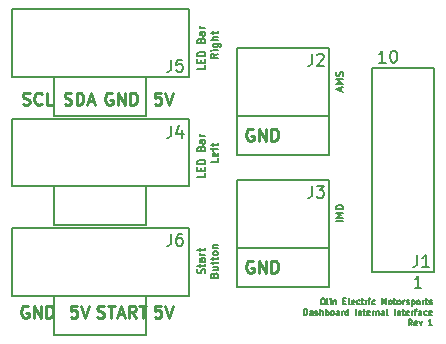
<source format=gbr>
G04 #@! TF.FileFunction,Legend,Top*
%FSLAX46Y46*%
G04 Gerber Fmt 4.6, Leading zero omitted, Abs format (unit mm)*
G04 Created by KiCad (PCBNEW 4.0.7-e2-6376~58~ubuntu16.04.1) date Fri Jan 19 21:25:15 2018*
%MOMM*%
%LPD*%
G01*
G04 APERTURE LIST*
%ADD10C,0.100000*%
%ADD11C,0.127000*%
%ADD12C,0.254000*%
%ADD13C,0.152400*%
%ADD14C,0.150000*%
G04 APERTURE END LIST*
D10*
D11*
X147332094Y-102210810D02*
X147428856Y-102210810D01*
X147477237Y-102235000D01*
X147525618Y-102283381D01*
X147549809Y-102380143D01*
X147549809Y-102549476D01*
X147525618Y-102646238D01*
X147477237Y-102694619D01*
X147428856Y-102718810D01*
X147332094Y-102718810D01*
X147283713Y-102694619D01*
X147235332Y-102646238D01*
X147211142Y-102549476D01*
X147211142Y-102380143D01*
X147235332Y-102283381D01*
X147283713Y-102235000D01*
X147332094Y-102210810D01*
X147840094Y-102718810D02*
X147791713Y-102694619D01*
X147767522Y-102646238D01*
X147767522Y-102210810D01*
X148033617Y-102718810D02*
X148033617Y-102380143D01*
X148033617Y-102210810D02*
X148009427Y-102235000D01*
X148033617Y-102259190D01*
X148057808Y-102235000D01*
X148033617Y-102210810D01*
X148033617Y-102259190D01*
X148275522Y-102380143D02*
X148275522Y-102718810D01*
X148275522Y-102428524D02*
X148299713Y-102404333D01*
X148348094Y-102380143D01*
X148420665Y-102380143D01*
X148469046Y-102404333D01*
X148493237Y-102452714D01*
X148493237Y-102718810D01*
X149122189Y-102452714D02*
X149291523Y-102452714D01*
X149364094Y-102718810D02*
X149122189Y-102718810D01*
X149122189Y-102210810D01*
X149364094Y-102210810D01*
X149654380Y-102718810D02*
X149605999Y-102694619D01*
X149581808Y-102646238D01*
X149581808Y-102210810D01*
X150041427Y-102694619D02*
X149993046Y-102718810D01*
X149896284Y-102718810D01*
X149847903Y-102694619D01*
X149823713Y-102646238D01*
X149823713Y-102452714D01*
X149847903Y-102404333D01*
X149896284Y-102380143D01*
X149993046Y-102380143D01*
X150041427Y-102404333D01*
X150065618Y-102452714D01*
X150065618Y-102501095D01*
X149823713Y-102549476D01*
X150501047Y-102694619D02*
X150452666Y-102718810D01*
X150355904Y-102718810D01*
X150307523Y-102694619D01*
X150283332Y-102670429D01*
X150259142Y-102622048D01*
X150259142Y-102476905D01*
X150283332Y-102428524D01*
X150307523Y-102404333D01*
X150355904Y-102380143D01*
X150452666Y-102380143D01*
X150501047Y-102404333D01*
X150646190Y-102380143D02*
X150839714Y-102380143D01*
X150718761Y-102210810D02*
X150718761Y-102646238D01*
X150742952Y-102694619D01*
X150791333Y-102718810D01*
X150839714Y-102718810D01*
X151009047Y-102718810D02*
X151009047Y-102380143D01*
X151009047Y-102476905D02*
X151033238Y-102428524D01*
X151057428Y-102404333D01*
X151105809Y-102380143D01*
X151154190Y-102380143D01*
X151323523Y-102718810D02*
X151323523Y-102380143D01*
X151323523Y-102210810D02*
X151299333Y-102235000D01*
X151323523Y-102259190D01*
X151347714Y-102235000D01*
X151323523Y-102210810D01*
X151323523Y-102259190D01*
X151783143Y-102694619D02*
X151734762Y-102718810D01*
X151638000Y-102718810D01*
X151589619Y-102694619D01*
X151565428Y-102670429D01*
X151541238Y-102622048D01*
X151541238Y-102476905D01*
X151565428Y-102428524D01*
X151589619Y-102404333D01*
X151638000Y-102380143D01*
X151734762Y-102380143D01*
X151783143Y-102404333D01*
X152387905Y-102718810D02*
X152387905Y-102210810D01*
X152557239Y-102573667D01*
X152726572Y-102210810D01*
X152726572Y-102718810D01*
X153041048Y-102718810D02*
X152992667Y-102694619D01*
X152968476Y-102670429D01*
X152944286Y-102622048D01*
X152944286Y-102476905D01*
X152968476Y-102428524D01*
X152992667Y-102404333D01*
X153041048Y-102380143D01*
X153113619Y-102380143D01*
X153162000Y-102404333D01*
X153186191Y-102428524D01*
X153210381Y-102476905D01*
X153210381Y-102622048D01*
X153186191Y-102670429D01*
X153162000Y-102694619D01*
X153113619Y-102718810D01*
X153041048Y-102718810D01*
X153355524Y-102380143D02*
X153549048Y-102380143D01*
X153428095Y-102210810D02*
X153428095Y-102646238D01*
X153452286Y-102694619D01*
X153500667Y-102718810D01*
X153549048Y-102718810D01*
X153790953Y-102718810D02*
X153742572Y-102694619D01*
X153718381Y-102670429D01*
X153694191Y-102622048D01*
X153694191Y-102476905D01*
X153718381Y-102428524D01*
X153742572Y-102404333D01*
X153790953Y-102380143D01*
X153863524Y-102380143D01*
X153911905Y-102404333D01*
X153936096Y-102428524D01*
X153960286Y-102476905D01*
X153960286Y-102622048D01*
X153936096Y-102670429D01*
X153911905Y-102694619D01*
X153863524Y-102718810D01*
X153790953Y-102718810D01*
X154178000Y-102718810D02*
X154178000Y-102380143D01*
X154178000Y-102476905D02*
X154202191Y-102428524D01*
X154226381Y-102404333D01*
X154274762Y-102380143D01*
X154323143Y-102380143D01*
X154468286Y-102694619D02*
X154516667Y-102718810D01*
X154613429Y-102718810D01*
X154661810Y-102694619D01*
X154686000Y-102646238D01*
X154686000Y-102622048D01*
X154661810Y-102573667D01*
X154613429Y-102549476D01*
X154540857Y-102549476D01*
X154492476Y-102525286D01*
X154468286Y-102476905D01*
X154468286Y-102452714D01*
X154492476Y-102404333D01*
X154540857Y-102380143D01*
X154613429Y-102380143D01*
X154661810Y-102404333D01*
X154903714Y-102380143D02*
X154903714Y-102888143D01*
X154903714Y-102404333D02*
X154952095Y-102380143D01*
X155048857Y-102380143D01*
X155097238Y-102404333D01*
X155121429Y-102428524D01*
X155145619Y-102476905D01*
X155145619Y-102622048D01*
X155121429Y-102670429D01*
X155097238Y-102694619D01*
X155048857Y-102718810D01*
X154952095Y-102718810D01*
X154903714Y-102694619D01*
X155435905Y-102718810D02*
X155387524Y-102694619D01*
X155363333Y-102670429D01*
X155339143Y-102622048D01*
X155339143Y-102476905D01*
X155363333Y-102428524D01*
X155387524Y-102404333D01*
X155435905Y-102380143D01*
X155508476Y-102380143D01*
X155556857Y-102404333D01*
X155581048Y-102428524D01*
X155605238Y-102476905D01*
X155605238Y-102622048D01*
X155581048Y-102670429D01*
X155556857Y-102694619D01*
X155508476Y-102718810D01*
X155435905Y-102718810D01*
X155822952Y-102718810D02*
X155822952Y-102380143D01*
X155822952Y-102476905D02*
X155847143Y-102428524D01*
X155871333Y-102404333D01*
X155919714Y-102380143D01*
X155968095Y-102380143D01*
X156064857Y-102380143D02*
X156258381Y-102380143D01*
X156137428Y-102210810D02*
X156137428Y-102646238D01*
X156161619Y-102694619D01*
X156210000Y-102718810D01*
X156258381Y-102718810D01*
X156403524Y-102694619D02*
X156451905Y-102718810D01*
X156548667Y-102718810D01*
X156597048Y-102694619D01*
X156621238Y-102646238D01*
X156621238Y-102622048D01*
X156597048Y-102573667D01*
X156548667Y-102549476D01*
X156476095Y-102549476D01*
X156427714Y-102525286D01*
X156403524Y-102476905D01*
X156403524Y-102452714D01*
X156427714Y-102404333D01*
X156476095Y-102380143D01*
X156548667Y-102380143D01*
X156597048Y-102404333D01*
X145783902Y-103607810D02*
X145783902Y-103099810D01*
X145904855Y-103099810D01*
X145977426Y-103124000D01*
X146025807Y-103172381D01*
X146049998Y-103220762D01*
X146074188Y-103317524D01*
X146074188Y-103390095D01*
X146049998Y-103486857D01*
X146025807Y-103535238D01*
X145977426Y-103583619D01*
X145904855Y-103607810D01*
X145783902Y-103607810D01*
X146509617Y-103607810D02*
X146509617Y-103341714D01*
X146485426Y-103293333D01*
X146437045Y-103269143D01*
X146340283Y-103269143D01*
X146291902Y-103293333D01*
X146509617Y-103583619D02*
X146461236Y-103607810D01*
X146340283Y-103607810D01*
X146291902Y-103583619D01*
X146267712Y-103535238D01*
X146267712Y-103486857D01*
X146291902Y-103438476D01*
X146340283Y-103414286D01*
X146461236Y-103414286D01*
X146509617Y-103390095D01*
X146727331Y-103583619D02*
X146775712Y-103607810D01*
X146872474Y-103607810D01*
X146920855Y-103583619D01*
X146945045Y-103535238D01*
X146945045Y-103511048D01*
X146920855Y-103462667D01*
X146872474Y-103438476D01*
X146799902Y-103438476D01*
X146751521Y-103414286D01*
X146727331Y-103365905D01*
X146727331Y-103341714D01*
X146751521Y-103293333D01*
X146799902Y-103269143D01*
X146872474Y-103269143D01*
X146920855Y-103293333D01*
X147162759Y-103607810D02*
X147162759Y-103099810D01*
X147380474Y-103607810D02*
X147380474Y-103341714D01*
X147356283Y-103293333D01*
X147307902Y-103269143D01*
X147235331Y-103269143D01*
X147186950Y-103293333D01*
X147162759Y-103317524D01*
X147622378Y-103607810D02*
X147622378Y-103099810D01*
X147622378Y-103293333D02*
X147670759Y-103269143D01*
X147767521Y-103269143D01*
X147815902Y-103293333D01*
X147840093Y-103317524D01*
X147864283Y-103365905D01*
X147864283Y-103511048D01*
X147840093Y-103559429D01*
X147815902Y-103583619D01*
X147767521Y-103607810D01*
X147670759Y-103607810D01*
X147622378Y-103583619D01*
X148154569Y-103607810D02*
X148106188Y-103583619D01*
X148081997Y-103559429D01*
X148057807Y-103511048D01*
X148057807Y-103365905D01*
X148081997Y-103317524D01*
X148106188Y-103293333D01*
X148154569Y-103269143D01*
X148227140Y-103269143D01*
X148275521Y-103293333D01*
X148299712Y-103317524D01*
X148323902Y-103365905D01*
X148323902Y-103511048D01*
X148299712Y-103559429D01*
X148275521Y-103583619D01*
X148227140Y-103607810D01*
X148154569Y-103607810D01*
X148759331Y-103607810D02*
X148759331Y-103341714D01*
X148735140Y-103293333D01*
X148686759Y-103269143D01*
X148589997Y-103269143D01*
X148541616Y-103293333D01*
X148759331Y-103583619D02*
X148710950Y-103607810D01*
X148589997Y-103607810D01*
X148541616Y-103583619D01*
X148517426Y-103535238D01*
X148517426Y-103486857D01*
X148541616Y-103438476D01*
X148589997Y-103414286D01*
X148710950Y-103414286D01*
X148759331Y-103390095D01*
X149001235Y-103607810D02*
X149001235Y-103269143D01*
X149001235Y-103365905D02*
X149025426Y-103317524D01*
X149049616Y-103293333D01*
X149097997Y-103269143D01*
X149146378Y-103269143D01*
X149533426Y-103607810D02*
X149533426Y-103099810D01*
X149533426Y-103583619D02*
X149485045Y-103607810D01*
X149388283Y-103607810D01*
X149339902Y-103583619D01*
X149315711Y-103559429D01*
X149291521Y-103511048D01*
X149291521Y-103365905D01*
X149315711Y-103317524D01*
X149339902Y-103293333D01*
X149388283Y-103269143D01*
X149485045Y-103269143D01*
X149533426Y-103293333D01*
X150162378Y-103607810D02*
X150162378Y-103099810D01*
X150404283Y-103269143D02*
X150404283Y-103607810D01*
X150404283Y-103317524D02*
X150428474Y-103293333D01*
X150476855Y-103269143D01*
X150549426Y-103269143D01*
X150597807Y-103293333D01*
X150621998Y-103341714D01*
X150621998Y-103607810D01*
X150791331Y-103269143D02*
X150984855Y-103269143D01*
X150863902Y-103099810D02*
X150863902Y-103535238D01*
X150888093Y-103583619D01*
X150936474Y-103607810D01*
X150984855Y-103607810D01*
X151347712Y-103583619D02*
X151299331Y-103607810D01*
X151202569Y-103607810D01*
X151154188Y-103583619D01*
X151129998Y-103535238D01*
X151129998Y-103341714D01*
X151154188Y-103293333D01*
X151202569Y-103269143D01*
X151299331Y-103269143D01*
X151347712Y-103293333D01*
X151371903Y-103341714D01*
X151371903Y-103390095D01*
X151129998Y-103438476D01*
X151589617Y-103607810D02*
X151589617Y-103269143D01*
X151589617Y-103365905D02*
X151613808Y-103317524D01*
X151637998Y-103293333D01*
X151686379Y-103269143D01*
X151734760Y-103269143D01*
X151904093Y-103269143D02*
X151904093Y-103607810D01*
X151904093Y-103317524D02*
X151928284Y-103293333D01*
X151976665Y-103269143D01*
X152049236Y-103269143D01*
X152097617Y-103293333D01*
X152121808Y-103341714D01*
X152121808Y-103607810D01*
X152581427Y-103607810D02*
X152581427Y-103341714D01*
X152557236Y-103293333D01*
X152508855Y-103269143D01*
X152412093Y-103269143D01*
X152363712Y-103293333D01*
X152581427Y-103583619D02*
X152533046Y-103607810D01*
X152412093Y-103607810D01*
X152363712Y-103583619D01*
X152339522Y-103535238D01*
X152339522Y-103486857D01*
X152363712Y-103438476D01*
X152412093Y-103414286D01*
X152533046Y-103414286D01*
X152581427Y-103390095D01*
X152895903Y-103607810D02*
X152847522Y-103583619D01*
X152823331Y-103535238D01*
X152823331Y-103099810D01*
X153476474Y-103607810D02*
X153476474Y-103099810D01*
X153718379Y-103269143D02*
X153718379Y-103607810D01*
X153718379Y-103317524D02*
X153742570Y-103293333D01*
X153790951Y-103269143D01*
X153863522Y-103269143D01*
X153911903Y-103293333D01*
X153936094Y-103341714D01*
X153936094Y-103607810D01*
X154105427Y-103269143D02*
X154298951Y-103269143D01*
X154177998Y-103099810D02*
X154177998Y-103535238D01*
X154202189Y-103583619D01*
X154250570Y-103607810D01*
X154298951Y-103607810D01*
X154661808Y-103583619D02*
X154613427Y-103607810D01*
X154516665Y-103607810D01*
X154468284Y-103583619D01*
X154444094Y-103535238D01*
X154444094Y-103341714D01*
X154468284Y-103293333D01*
X154516665Y-103269143D01*
X154613427Y-103269143D01*
X154661808Y-103293333D01*
X154685999Y-103341714D01*
X154685999Y-103390095D01*
X154444094Y-103438476D01*
X154903713Y-103607810D02*
X154903713Y-103269143D01*
X154903713Y-103365905D02*
X154927904Y-103317524D01*
X154952094Y-103293333D01*
X155000475Y-103269143D01*
X155048856Y-103269143D01*
X155145618Y-103269143D02*
X155339142Y-103269143D01*
X155218189Y-103607810D02*
X155218189Y-103172381D01*
X155242380Y-103124000D01*
X155290761Y-103099810D01*
X155339142Y-103099810D01*
X155726190Y-103607810D02*
X155726190Y-103341714D01*
X155701999Y-103293333D01*
X155653618Y-103269143D01*
X155556856Y-103269143D01*
X155508475Y-103293333D01*
X155726190Y-103583619D02*
X155677809Y-103607810D01*
X155556856Y-103607810D01*
X155508475Y-103583619D01*
X155484285Y-103535238D01*
X155484285Y-103486857D01*
X155508475Y-103438476D01*
X155556856Y-103414286D01*
X155677809Y-103414286D01*
X155726190Y-103390095D01*
X156185809Y-103583619D02*
X156137428Y-103607810D01*
X156040666Y-103607810D01*
X155992285Y-103583619D01*
X155968094Y-103559429D01*
X155943904Y-103511048D01*
X155943904Y-103365905D01*
X155968094Y-103317524D01*
X155992285Y-103293333D01*
X156040666Y-103269143D01*
X156137428Y-103269143D01*
X156185809Y-103293333D01*
X156597047Y-103583619D02*
X156548666Y-103607810D01*
X156451904Y-103607810D01*
X156403523Y-103583619D01*
X156379333Y-103535238D01*
X156379333Y-103341714D01*
X156403523Y-103293333D01*
X156451904Y-103269143D01*
X156548666Y-103269143D01*
X156597047Y-103293333D01*
X156621238Y-103341714D01*
X156621238Y-103390095D01*
X156379333Y-103438476D01*
X154927903Y-104496810D02*
X154758570Y-104254905D01*
X154637617Y-104496810D02*
X154637617Y-103988810D01*
X154831141Y-103988810D01*
X154879522Y-104013000D01*
X154903713Y-104037190D01*
X154927903Y-104085571D01*
X154927903Y-104158143D01*
X154903713Y-104206524D01*
X154879522Y-104230714D01*
X154831141Y-104254905D01*
X154637617Y-104254905D01*
X155339141Y-104472619D02*
X155290760Y-104496810D01*
X155193998Y-104496810D01*
X155145617Y-104472619D01*
X155121427Y-104424238D01*
X155121427Y-104230714D01*
X155145617Y-104182333D01*
X155193998Y-104158143D01*
X155290760Y-104158143D01*
X155339141Y-104182333D01*
X155363332Y-104230714D01*
X155363332Y-104279095D01*
X155121427Y-104327476D01*
X155532665Y-104158143D02*
X155653618Y-104496810D01*
X155774570Y-104158143D01*
X156621238Y-104496810D02*
X156330952Y-104496810D01*
X156476095Y-104496810D02*
X156476095Y-103988810D01*
X156427714Y-104061381D01*
X156379333Y-104109762D01*
X156330952Y-104133952D01*
D12*
X141465905Y-99060000D02*
X141369143Y-99011619D01*
X141224000Y-99011619D01*
X141078858Y-99060000D01*
X140982096Y-99156762D01*
X140933715Y-99253524D01*
X140885334Y-99447048D01*
X140885334Y-99592190D01*
X140933715Y-99785714D01*
X140982096Y-99882476D01*
X141078858Y-99979238D01*
X141224000Y-100027619D01*
X141320762Y-100027619D01*
X141465905Y-99979238D01*
X141514286Y-99930857D01*
X141514286Y-99592190D01*
X141320762Y-99592190D01*
X141949715Y-100027619D02*
X141949715Y-99011619D01*
X142530286Y-100027619D01*
X142530286Y-99011619D01*
X143014096Y-100027619D02*
X143014096Y-99011619D01*
X143256001Y-99011619D01*
X143401143Y-99060000D01*
X143497905Y-99156762D01*
X143546286Y-99253524D01*
X143594667Y-99447048D01*
X143594667Y-99592190D01*
X143546286Y-99785714D01*
X143497905Y-99882476D01*
X143401143Y-99979238D01*
X143256001Y-100027619D01*
X143014096Y-100027619D01*
X141465905Y-87884000D02*
X141369143Y-87835619D01*
X141224000Y-87835619D01*
X141078858Y-87884000D01*
X140982096Y-87980762D01*
X140933715Y-88077524D01*
X140885334Y-88271048D01*
X140885334Y-88416190D01*
X140933715Y-88609714D01*
X140982096Y-88706476D01*
X141078858Y-88803238D01*
X141224000Y-88851619D01*
X141320762Y-88851619D01*
X141465905Y-88803238D01*
X141514286Y-88754857D01*
X141514286Y-88416190D01*
X141320762Y-88416190D01*
X141949715Y-88851619D02*
X141949715Y-87835619D01*
X142530286Y-88851619D01*
X142530286Y-87835619D01*
X143014096Y-88851619D02*
X143014096Y-87835619D01*
X143256001Y-87835619D01*
X143401143Y-87884000D01*
X143497905Y-87980762D01*
X143546286Y-88077524D01*
X143594667Y-88271048D01*
X143594667Y-88416190D01*
X143546286Y-88609714D01*
X143497905Y-88706476D01*
X143401143Y-88803238D01*
X143256001Y-88851619D01*
X143014096Y-88851619D01*
X133664476Y-102821619D02*
X133180667Y-102821619D01*
X133132286Y-103305429D01*
X133180667Y-103257048D01*
X133277429Y-103208667D01*
X133519333Y-103208667D01*
X133616095Y-103257048D01*
X133664476Y-103305429D01*
X133712857Y-103402190D01*
X133712857Y-103644095D01*
X133664476Y-103740857D01*
X133616095Y-103789238D01*
X133519333Y-103837619D01*
X133277429Y-103837619D01*
X133180667Y-103789238D01*
X133132286Y-103740857D01*
X134003143Y-102821619D02*
X134341810Y-103837619D01*
X134680476Y-102821619D01*
X128294191Y-103789238D02*
X128439334Y-103837619D01*
X128681238Y-103837619D01*
X128778000Y-103789238D01*
X128826381Y-103740857D01*
X128874762Y-103644095D01*
X128874762Y-103547333D01*
X128826381Y-103450571D01*
X128778000Y-103402190D01*
X128681238Y-103353810D01*
X128487715Y-103305429D01*
X128390953Y-103257048D01*
X128342572Y-103208667D01*
X128294191Y-103111905D01*
X128294191Y-103015143D01*
X128342572Y-102918381D01*
X128390953Y-102870000D01*
X128487715Y-102821619D01*
X128729619Y-102821619D01*
X128874762Y-102870000D01*
X129165048Y-102821619D02*
X129745619Y-102821619D01*
X129455334Y-103837619D02*
X129455334Y-102821619D01*
X130035905Y-103547333D02*
X130519714Y-103547333D01*
X129939143Y-103837619D02*
X130277810Y-102821619D01*
X130616476Y-103837619D01*
X131535714Y-103837619D02*
X131197048Y-103353810D01*
X130955143Y-103837619D02*
X130955143Y-102821619D01*
X131342190Y-102821619D01*
X131438952Y-102870000D01*
X131487333Y-102918381D01*
X131535714Y-103015143D01*
X131535714Y-103160286D01*
X131487333Y-103257048D01*
X131438952Y-103305429D01*
X131342190Y-103353810D01*
X130955143Y-103353810D01*
X131826000Y-102821619D02*
X132406571Y-102821619D01*
X132116286Y-103837619D02*
X132116286Y-102821619D01*
X126552476Y-102821619D02*
X126068667Y-102821619D01*
X126020286Y-103305429D01*
X126068667Y-103257048D01*
X126165429Y-103208667D01*
X126407333Y-103208667D01*
X126504095Y-103257048D01*
X126552476Y-103305429D01*
X126600857Y-103402190D01*
X126600857Y-103644095D01*
X126552476Y-103740857D01*
X126504095Y-103789238D01*
X126407333Y-103837619D01*
X126165429Y-103837619D01*
X126068667Y-103789238D01*
X126020286Y-103740857D01*
X126891143Y-102821619D02*
X127229810Y-103837619D01*
X127568476Y-102821619D01*
X122415905Y-102870000D02*
X122319143Y-102821619D01*
X122174000Y-102821619D01*
X122028858Y-102870000D01*
X121932096Y-102966762D01*
X121883715Y-103063524D01*
X121835334Y-103257048D01*
X121835334Y-103402190D01*
X121883715Y-103595714D01*
X121932096Y-103692476D01*
X122028858Y-103789238D01*
X122174000Y-103837619D01*
X122270762Y-103837619D01*
X122415905Y-103789238D01*
X122464286Y-103740857D01*
X122464286Y-103402190D01*
X122270762Y-103402190D01*
X122899715Y-103837619D02*
X122899715Y-102821619D01*
X123480286Y-103837619D01*
X123480286Y-102821619D01*
X123964096Y-103837619D02*
X123964096Y-102821619D01*
X124206001Y-102821619D01*
X124351143Y-102870000D01*
X124447905Y-102966762D01*
X124496286Y-103063524D01*
X124544667Y-103257048D01*
X124544667Y-103402190D01*
X124496286Y-103595714D01*
X124447905Y-103692476D01*
X124351143Y-103789238D01*
X124206001Y-103837619D01*
X123964096Y-103837619D01*
X133664476Y-84787619D02*
X133180667Y-84787619D01*
X133132286Y-85271429D01*
X133180667Y-85223048D01*
X133277429Y-85174667D01*
X133519333Y-85174667D01*
X133616095Y-85223048D01*
X133664476Y-85271429D01*
X133712857Y-85368190D01*
X133712857Y-85610095D01*
X133664476Y-85706857D01*
X133616095Y-85755238D01*
X133519333Y-85803619D01*
X133277429Y-85803619D01*
X133180667Y-85755238D01*
X133132286Y-85706857D01*
X134003143Y-84787619D02*
X134341810Y-85803619D01*
X134680476Y-84787619D01*
X129527905Y-84836000D02*
X129431143Y-84787619D01*
X129286000Y-84787619D01*
X129140858Y-84836000D01*
X129044096Y-84932762D01*
X128995715Y-85029524D01*
X128947334Y-85223048D01*
X128947334Y-85368190D01*
X128995715Y-85561714D01*
X129044096Y-85658476D01*
X129140858Y-85755238D01*
X129286000Y-85803619D01*
X129382762Y-85803619D01*
X129527905Y-85755238D01*
X129576286Y-85706857D01*
X129576286Y-85368190D01*
X129382762Y-85368190D01*
X130011715Y-85803619D02*
X130011715Y-84787619D01*
X130592286Y-85803619D01*
X130592286Y-84787619D01*
X131076096Y-85803619D02*
X131076096Y-84787619D01*
X131318001Y-84787619D01*
X131463143Y-84836000D01*
X131559905Y-84932762D01*
X131608286Y-85029524D01*
X131656667Y-85223048D01*
X131656667Y-85368190D01*
X131608286Y-85561714D01*
X131559905Y-85658476D01*
X131463143Y-85755238D01*
X131318001Y-85803619D01*
X131076096Y-85803619D01*
X125512286Y-85755238D02*
X125657429Y-85803619D01*
X125899333Y-85803619D01*
X125996095Y-85755238D01*
X126044476Y-85706857D01*
X126092857Y-85610095D01*
X126092857Y-85513333D01*
X126044476Y-85416571D01*
X125996095Y-85368190D01*
X125899333Y-85319810D01*
X125705810Y-85271429D01*
X125609048Y-85223048D01*
X125560667Y-85174667D01*
X125512286Y-85077905D01*
X125512286Y-84981143D01*
X125560667Y-84884381D01*
X125609048Y-84836000D01*
X125705810Y-84787619D01*
X125947714Y-84787619D01*
X126092857Y-84836000D01*
X126528286Y-85803619D02*
X126528286Y-84787619D01*
X126770191Y-84787619D01*
X126915333Y-84836000D01*
X127012095Y-84932762D01*
X127060476Y-85029524D01*
X127108857Y-85223048D01*
X127108857Y-85368190D01*
X127060476Y-85561714D01*
X127012095Y-85658476D01*
X126915333Y-85755238D01*
X126770191Y-85803619D01*
X126528286Y-85803619D01*
X127495905Y-85513333D02*
X127979714Y-85513333D01*
X127399143Y-85803619D02*
X127737810Y-84787619D01*
X128076476Y-85803619D01*
X121980477Y-85755238D02*
X122125620Y-85803619D01*
X122367524Y-85803619D01*
X122464286Y-85755238D01*
X122512667Y-85706857D01*
X122561048Y-85610095D01*
X122561048Y-85513333D01*
X122512667Y-85416571D01*
X122464286Y-85368190D01*
X122367524Y-85319810D01*
X122174001Y-85271429D01*
X122077239Y-85223048D01*
X122028858Y-85174667D01*
X121980477Y-85077905D01*
X121980477Y-84981143D01*
X122028858Y-84884381D01*
X122077239Y-84836000D01*
X122174001Y-84787619D01*
X122415905Y-84787619D01*
X122561048Y-84836000D01*
X123577048Y-85706857D02*
X123528667Y-85755238D01*
X123383524Y-85803619D01*
X123286762Y-85803619D01*
X123141620Y-85755238D01*
X123044858Y-85658476D01*
X122996477Y-85561714D01*
X122948096Y-85368190D01*
X122948096Y-85223048D01*
X122996477Y-85029524D01*
X123044858Y-84932762D01*
X123141620Y-84836000D01*
X123286762Y-84787619D01*
X123383524Y-84787619D01*
X123528667Y-84836000D01*
X123577048Y-84884381D01*
X124496286Y-85803619D02*
X124012477Y-85803619D01*
X124012477Y-84787619D01*
D13*
X149131262Y-95676357D02*
X148496262Y-95676357D01*
X149131262Y-95373976D02*
X148496262Y-95373976D01*
X148949833Y-95162309D01*
X148496262Y-94950642D01*
X149131262Y-94950642D01*
X149131262Y-94648262D02*
X148496262Y-94648262D01*
X148496262Y-94497071D01*
X148526500Y-94406357D01*
X148586976Y-94345881D01*
X148647452Y-94315642D01*
X148768405Y-94285404D01*
X148859119Y-94285404D01*
X148980071Y-94315642D01*
X149040548Y-94345881D01*
X149101024Y-94406357D01*
X149131262Y-94497071D01*
X149131262Y-94648262D01*
X148949833Y-84636429D02*
X148949833Y-84334048D01*
X149131262Y-84696905D02*
X148496262Y-84485238D01*
X149131262Y-84273571D01*
X149131262Y-84061905D02*
X148496262Y-84061905D01*
X148949833Y-83850238D01*
X148496262Y-83638571D01*
X149131262Y-83638571D01*
X149101024Y-83366429D02*
X149131262Y-83275714D01*
X149131262Y-83124524D01*
X149101024Y-83064048D01*
X149070786Y-83033810D01*
X149010310Y-83003571D01*
X148949833Y-83003571D01*
X148889357Y-83033810D01*
X148859119Y-83064048D01*
X148828881Y-83124524D01*
X148798643Y-83245476D01*
X148768405Y-83305952D01*
X148738167Y-83336191D01*
X148677690Y-83366429D01*
X148617214Y-83366429D01*
X148556738Y-83336191D01*
X148526500Y-83305952D01*
X148496262Y-83245476D01*
X148496262Y-83094286D01*
X148526500Y-83003571D01*
X137372574Y-100088095D02*
X137402812Y-99997380D01*
X137402812Y-99846190D01*
X137372574Y-99785714D01*
X137342336Y-99755476D01*
X137281860Y-99725237D01*
X137221383Y-99725237D01*
X137160907Y-99755476D01*
X137130669Y-99785714D01*
X137100431Y-99846190D01*
X137070193Y-99967142D01*
X137039955Y-100027618D01*
X137009717Y-100057857D01*
X136949240Y-100088095D01*
X136888764Y-100088095D01*
X136828288Y-100057857D01*
X136798050Y-100027618D01*
X136767812Y-99967142D01*
X136767812Y-99815952D01*
X136798050Y-99725237D01*
X136979479Y-99543809D02*
X136979479Y-99301904D01*
X136767812Y-99453095D02*
X137312098Y-99453095D01*
X137372574Y-99422856D01*
X137402812Y-99362380D01*
X137402812Y-99301904D01*
X137402812Y-98818095D02*
X137070193Y-98818095D01*
X137009717Y-98848333D01*
X136979479Y-98908809D01*
X136979479Y-99029761D01*
X137009717Y-99090238D01*
X137372574Y-98818095D02*
X137402812Y-98878571D01*
X137402812Y-99029761D01*
X137372574Y-99090238D01*
X137312098Y-99120476D01*
X137251621Y-99120476D01*
X137191145Y-99090238D01*
X137160907Y-99029761D01*
X137160907Y-98878571D01*
X137130669Y-98818095D01*
X137402812Y-98515714D02*
X136979479Y-98515714D01*
X137100431Y-98515714D02*
X137039955Y-98485475D01*
X137009717Y-98455237D01*
X136979479Y-98394761D01*
X136979479Y-98334285D01*
X136979479Y-98213333D02*
X136979479Y-97971428D01*
X136767812Y-98122619D02*
X137312098Y-98122619D01*
X137372574Y-98092380D01*
X137402812Y-98031904D01*
X137402812Y-97971428D01*
X138175093Y-100239286D02*
X138205331Y-100148572D01*
X138235569Y-100118333D01*
X138296045Y-100088095D01*
X138386760Y-100088095D01*
X138447236Y-100118333D01*
X138477474Y-100148572D01*
X138507712Y-100209048D01*
X138507712Y-100450953D01*
X137872712Y-100450953D01*
X137872712Y-100239286D01*
X137902950Y-100178810D01*
X137933188Y-100148572D01*
X137993664Y-100118333D01*
X138054140Y-100118333D01*
X138114617Y-100148572D01*
X138144855Y-100178810D01*
X138175093Y-100239286D01*
X138175093Y-100450953D01*
X138084379Y-99543810D02*
X138507712Y-99543810D01*
X138084379Y-99815953D02*
X138416998Y-99815953D01*
X138477474Y-99785714D01*
X138507712Y-99725238D01*
X138507712Y-99634524D01*
X138477474Y-99574048D01*
X138447236Y-99543810D01*
X138084379Y-99332143D02*
X138084379Y-99090238D01*
X137872712Y-99241429D02*
X138416998Y-99241429D01*
X138477474Y-99211190D01*
X138507712Y-99150714D01*
X138507712Y-99090238D01*
X138084379Y-98969286D02*
X138084379Y-98727381D01*
X137872712Y-98878572D02*
X138416998Y-98878572D01*
X138477474Y-98848333D01*
X138507712Y-98787857D01*
X138507712Y-98727381D01*
X138507712Y-98425000D02*
X138477474Y-98485476D01*
X138447236Y-98515715D01*
X138386760Y-98545953D01*
X138205331Y-98545953D01*
X138144855Y-98515715D01*
X138114617Y-98485476D01*
X138084379Y-98425000D01*
X138084379Y-98334286D01*
X138114617Y-98273810D01*
X138144855Y-98243572D01*
X138205331Y-98213334D01*
X138386760Y-98213334D01*
X138447236Y-98243572D01*
X138477474Y-98273810D01*
X138507712Y-98334286D01*
X138507712Y-98425000D01*
X138084379Y-97941191D02*
X138507712Y-97941191D01*
X138144855Y-97941191D02*
X138114617Y-97910952D01*
X138084379Y-97850476D01*
X138084379Y-97759762D01*
X138114617Y-97699286D01*
X138175093Y-97669048D01*
X138507712Y-97669048D01*
X137402812Y-91609334D02*
X137402812Y-91911715D01*
X136767812Y-91911715D01*
X137070193Y-91397667D02*
X137070193Y-91186000D01*
X137402812Y-91095286D02*
X137402812Y-91397667D01*
X136767812Y-91397667D01*
X136767812Y-91095286D01*
X137402812Y-90823143D02*
X136767812Y-90823143D01*
X136767812Y-90671952D01*
X136798050Y-90581238D01*
X136858526Y-90520762D01*
X136919002Y-90490523D01*
X137039955Y-90460285D01*
X137130669Y-90460285D01*
X137251621Y-90490523D01*
X137312098Y-90520762D01*
X137372574Y-90581238D01*
X137402812Y-90671952D01*
X137402812Y-90823143D01*
X137070193Y-89492666D02*
X137100431Y-89401952D01*
X137130669Y-89371713D01*
X137191145Y-89341475D01*
X137281860Y-89341475D01*
X137342336Y-89371713D01*
X137372574Y-89401952D01*
X137402812Y-89462428D01*
X137402812Y-89704333D01*
X136767812Y-89704333D01*
X136767812Y-89492666D01*
X136798050Y-89432190D01*
X136828288Y-89401952D01*
X136888764Y-89371713D01*
X136949240Y-89371713D01*
X137009717Y-89401952D01*
X137039955Y-89432190D01*
X137070193Y-89492666D01*
X137070193Y-89704333D01*
X137402812Y-88797190D02*
X137070193Y-88797190D01*
X137009717Y-88827428D01*
X136979479Y-88887904D01*
X136979479Y-89008856D01*
X137009717Y-89069333D01*
X137372574Y-88797190D02*
X137402812Y-88857666D01*
X137402812Y-89008856D01*
X137372574Y-89069333D01*
X137312098Y-89099571D01*
X137251621Y-89099571D01*
X137191145Y-89069333D01*
X137160907Y-89008856D01*
X137160907Y-88857666D01*
X137130669Y-88797190D01*
X137402812Y-88494809D02*
X136979479Y-88494809D01*
X137100431Y-88494809D02*
X137039955Y-88464570D01*
X137009717Y-88434332D01*
X136979479Y-88373856D01*
X136979479Y-88313380D01*
X138507712Y-90354453D02*
X138507712Y-90656834D01*
X137872712Y-90656834D01*
X138477474Y-89900881D02*
X138507712Y-89961357D01*
X138507712Y-90082309D01*
X138477474Y-90142786D01*
X138416998Y-90173024D01*
X138175093Y-90173024D01*
X138114617Y-90142786D01*
X138084379Y-90082309D01*
X138084379Y-89961357D01*
X138114617Y-89900881D01*
X138175093Y-89870643D01*
X138235569Y-89870643D01*
X138296045Y-90173024D01*
X138084379Y-89689214D02*
X138084379Y-89447309D01*
X138507712Y-89598500D02*
X137963426Y-89598500D01*
X137902950Y-89568261D01*
X137872712Y-89507785D01*
X137872712Y-89447309D01*
X138084379Y-89326357D02*
X138084379Y-89084452D01*
X137872712Y-89235643D02*
X138416998Y-89235643D01*
X138477474Y-89205404D01*
X138507712Y-89144928D01*
X138507712Y-89084452D01*
X137402812Y-82465334D02*
X137402812Y-82767715D01*
X136767812Y-82767715D01*
X137070193Y-82253667D02*
X137070193Y-82042000D01*
X137402812Y-81951286D02*
X137402812Y-82253667D01*
X136767812Y-82253667D01*
X136767812Y-81951286D01*
X137402812Y-81679143D02*
X136767812Y-81679143D01*
X136767812Y-81527952D01*
X136798050Y-81437238D01*
X136858526Y-81376762D01*
X136919002Y-81346523D01*
X137039955Y-81316285D01*
X137130669Y-81316285D01*
X137251621Y-81346523D01*
X137312098Y-81376762D01*
X137372574Y-81437238D01*
X137402812Y-81527952D01*
X137402812Y-81679143D01*
X137070193Y-80348666D02*
X137100431Y-80257952D01*
X137130669Y-80227713D01*
X137191145Y-80197475D01*
X137281860Y-80197475D01*
X137342336Y-80227713D01*
X137372574Y-80257952D01*
X137402812Y-80318428D01*
X137402812Y-80560333D01*
X136767812Y-80560333D01*
X136767812Y-80348666D01*
X136798050Y-80288190D01*
X136828288Y-80257952D01*
X136888764Y-80227713D01*
X136949240Y-80227713D01*
X137009717Y-80257952D01*
X137039955Y-80288190D01*
X137070193Y-80348666D01*
X137070193Y-80560333D01*
X137402812Y-79653190D02*
X137070193Y-79653190D01*
X137009717Y-79683428D01*
X136979479Y-79743904D01*
X136979479Y-79864856D01*
X137009717Y-79925333D01*
X137372574Y-79653190D02*
X137402812Y-79713666D01*
X137402812Y-79864856D01*
X137372574Y-79925333D01*
X137312098Y-79955571D01*
X137251621Y-79955571D01*
X137191145Y-79925333D01*
X137160907Y-79864856D01*
X137160907Y-79713666D01*
X137130669Y-79653190D01*
X137402812Y-79350809D02*
X136979479Y-79350809D01*
X137100431Y-79350809D02*
X137039955Y-79320570D01*
X137009717Y-79290332D01*
X136979479Y-79229856D01*
X136979479Y-79169380D01*
X138507712Y-81482595D02*
X138205331Y-81694262D01*
X138507712Y-81845453D02*
X137872712Y-81845453D01*
X137872712Y-81603548D01*
X137902950Y-81543072D01*
X137933188Y-81512833D01*
X137993664Y-81482595D01*
X138084379Y-81482595D01*
X138144855Y-81512833D01*
X138175093Y-81543072D01*
X138205331Y-81603548D01*
X138205331Y-81845453D01*
X138507712Y-81210453D02*
X138084379Y-81210453D01*
X137872712Y-81210453D02*
X137902950Y-81240691D01*
X137933188Y-81210453D01*
X137902950Y-81180214D01*
X137872712Y-81210453D01*
X137933188Y-81210453D01*
X138084379Y-80635929D02*
X138598426Y-80635929D01*
X138658902Y-80666167D01*
X138689140Y-80696405D01*
X138719379Y-80756881D01*
X138719379Y-80847595D01*
X138689140Y-80908072D01*
X138477474Y-80635929D02*
X138507712Y-80696405D01*
X138507712Y-80817357D01*
X138477474Y-80877833D01*
X138447236Y-80908072D01*
X138386760Y-80938310D01*
X138205331Y-80938310D01*
X138144855Y-80908072D01*
X138114617Y-80877833D01*
X138084379Y-80817357D01*
X138084379Y-80696405D01*
X138114617Y-80635929D01*
X138507712Y-80333548D02*
X137872712Y-80333548D01*
X138507712Y-80061405D02*
X138175093Y-80061405D01*
X138114617Y-80091643D01*
X138084379Y-80152119D01*
X138084379Y-80242833D01*
X138114617Y-80303309D01*
X138144855Y-80333548D01*
X138084379Y-79849738D02*
X138084379Y-79607833D01*
X137872712Y-79759024D02*
X138416998Y-79759024D01*
X138477474Y-79728785D01*
X138507712Y-79668309D01*
X138507712Y-79607833D01*
D14*
X124624000Y-101988000D02*
X124624000Y-105298000D01*
X124624000Y-105298000D02*
X132424000Y-105298000D01*
X132424000Y-105298000D02*
X132424000Y-101988000D01*
X136024000Y-101988000D02*
X136024000Y-96266000D01*
X121024000Y-101988000D02*
X121024000Y-96266000D01*
X136024000Y-101988000D02*
X121024000Y-101988000D01*
X136024000Y-96266000D02*
X121024000Y-96266000D01*
X156828000Y-82658000D02*
X151528000Y-82658000D01*
X156828000Y-99968000D02*
X151528000Y-99968000D01*
X156828000Y-82658000D02*
X156828000Y-99968000D01*
X151528000Y-82658000D02*
X151528000Y-99968000D01*
X140090000Y-86748000D02*
X140090000Y-90058000D01*
X140090000Y-90058000D02*
X147890000Y-90058000D01*
X147890000Y-90058000D02*
X147890000Y-86748000D01*
X147890000Y-86748000D02*
X147890000Y-81026000D01*
X140090000Y-86748000D02*
X140090000Y-81026000D01*
X147890000Y-86748000D02*
X140090000Y-86748000D01*
X147890000Y-81026000D02*
X140090000Y-81026000D01*
X140090000Y-97924000D02*
X140090000Y-101234000D01*
X140090000Y-101234000D02*
X147890000Y-101234000D01*
X147890000Y-101234000D02*
X147890000Y-97924000D01*
X147890000Y-97924000D02*
X147890000Y-92202000D01*
X140090000Y-97924000D02*
X140090000Y-92202000D01*
X147890000Y-97924000D02*
X140090000Y-97924000D01*
X147890000Y-92202000D02*
X140090000Y-92202000D01*
X124624000Y-92717000D02*
X124624000Y-96027000D01*
X124624000Y-96027000D02*
X132424000Y-96027000D01*
X132424000Y-96027000D02*
X132424000Y-92717000D01*
X136024000Y-92717000D02*
X136024000Y-86995000D01*
X121024000Y-92717000D02*
X121024000Y-86995000D01*
X136024000Y-92717000D02*
X121024000Y-92717000D01*
X136024000Y-86995000D02*
X121024000Y-86995000D01*
X124624000Y-83446000D02*
X124624000Y-86756000D01*
X124624000Y-86756000D02*
X132424000Y-86756000D01*
X132424000Y-86756000D02*
X132424000Y-83446000D01*
X136024000Y-83446000D02*
X136024000Y-77724000D01*
X121024000Y-83446000D02*
X121024000Y-77724000D01*
X136024000Y-83446000D02*
X121024000Y-83446000D01*
X136024000Y-77724000D02*
X121024000Y-77724000D01*
X134540667Y-96734381D02*
X134540667Y-97448667D01*
X134493047Y-97591524D01*
X134397809Y-97686762D01*
X134254952Y-97734381D01*
X134159714Y-97734381D01*
X135445429Y-96734381D02*
X135254952Y-96734381D01*
X135159714Y-96782000D01*
X135112095Y-96829619D01*
X135016857Y-96972476D01*
X134969238Y-97162952D01*
X134969238Y-97543905D01*
X135016857Y-97639143D01*
X135064476Y-97686762D01*
X135159714Y-97734381D01*
X135350191Y-97734381D01*
X135445429Y-97686762D01*
X135493048Y-97639143D01*
X135540667Y-97543905D01*
X135540667Y-97305810D01*
X135493048Y-97210571D01*
X135445429Y-97162952D01*
X135350191Y-97115333D01*
X135159714Y-97115333D01*
X135064476Y-97162952D01*
X135016857Y-97210571D01*
X134969238Y-97305810D01*
X155368667Y-98512381D02*
X155368667Y-99226667D01*
X155321047Y-99369524D01*
X155225809Y-99464762D01*
X155082952Y-99512381D01*
X154987714Y-99512381D01*
X156368667Y-99512381D02*
X155797238Y-99512381D01*
X156082952Y-99512381D02*
X156082952Y-98512381D01*
X155987714Y-98655238D01*
X155892476Y-98750476D01*
X155797238Y-98798095D01*
X152717524Y-82240381D02*
X152146095Y-82240381D01*
X152431809Y-82240381D02*
X152431809Y-81240381D01*
X152336571Y-81383238D01*
X152241333Y-81478476D01*
X152146095Y-81526095D01*
X153336571Y-81240381D02*
X153431810Y-81240381D01*
X153527048Y-81288000D01*
X153574667Y-81335619D01*
X153622286Y-81430857D01*
X153669905Y-81621333D01*
X153669905Y-81859429D01*
X153622286Y-82049905D01*
X153574667Y-82145143D01*
X153527048Y-82192762D01*
X153431810Y-82240381D01*
X153336571Y-82240381D01*
X153241333Y-82192762D01*
X153193714Y-82145143D01*
X153146095Y-82049905D01*
X153098476Y-81859429D01*
X153098476Y-81621333D01*
X153146095Y-81430857D01*
X153193714Y-81335619D01*
X153241333Y-81288000D01*
X153336571Y-81240381D01*
X155733715Y-101290381D02*
X155162286Y-101290381D01*
X155448000Y-101290381D02*
X155448000Y-100290381D01*
X155352762Y-100433238D01*
X155257524Y-100528476D01*
X155162286Y-100576095D01*
X146478667Y-81494381D02*
X146478667Y-82208667D01*
X146431047Y-82351524D01*
X146335809Y-82446762D01*
X146192952Y-82494381D01*
X146097714Y-82494381D01*
X146907238Y-81589619D02*
X146954857Y-81542000D01*
X147050095Y-81494381D01*
X147288191Y-81494381D01*
X147383429Y-81542000D01*
X147431048Y-81589619D01*
X147478667Y-81684857D01*
X147478667Y-81780095D01*
X147431048Y-81922952D01*
X146859619Y-82494381D01*
X147478667Y-82494381D01*
X146478667Y-92670381D02*
X146478667Y-93384667D01*
X146431047Y-93527524D01*
X146335809Y-93622762D01*
X146192952Y-93670381D01*
X146097714Y-93670381D01*
X146859619Y-92670381D02*
X147478667Y-92670381D01*
X147145333Y-93051333D01*
X147288191Y-93051333D01*
X147383429Y-93098952D01*
X147431048Y-93146571D01*
X147478667Y-93241810D01*
X147478667Y-93479905D01*
X147431048Y-93575143D01*
X147383429Y-93622762D01*
X147288191Y-93670381D01*
X147002476Y-93670381D01*
X146907238Y-93622762D01*
X146859619Y-93575143D01*
X134540667Y-87590381D02*
X134540667Y-88304667D01*
X134493047Y-88447524D01*
X134397809Y-88542762D01*
X134254952Y-88590381D01*
X134159714Y-88590381D01*
X135445429Y-87923714D02*
X135445429Y-88590381D01*
X135207333Y-87542762D02*
X134969238Y-88257048D01*
X135588286Y-88257048D01*
X134540667Y-82002381D02*
X134540667Y-82716667D01*
X134493047Y-82859524D01*
X134397809Y-82954762D01*
X134254952Y-83002381D01*
X134159714Y-83002381D01*
X135493048Y-82002381D02*
X135016857Y-82002381D01*
X134969238Y-82478571D01*
X135016857Y-82430952D01*
X135112095Y-82383333D01*
X135350191Y-82383333D01*
X135445429Y-82430952D01*
X135493048Y-82478571D01*
X135540667Y-82573810D01*
X135540667Y-82811905D01*
X135493048Y-82907143D01*
X135445429Y-82954762D01*
X135350191Y-83002381D01*
X135112095Y-83002381D01*
X135016857Y-82954762D01*
X134969238Y-82907143D01*
M02*

</source>
